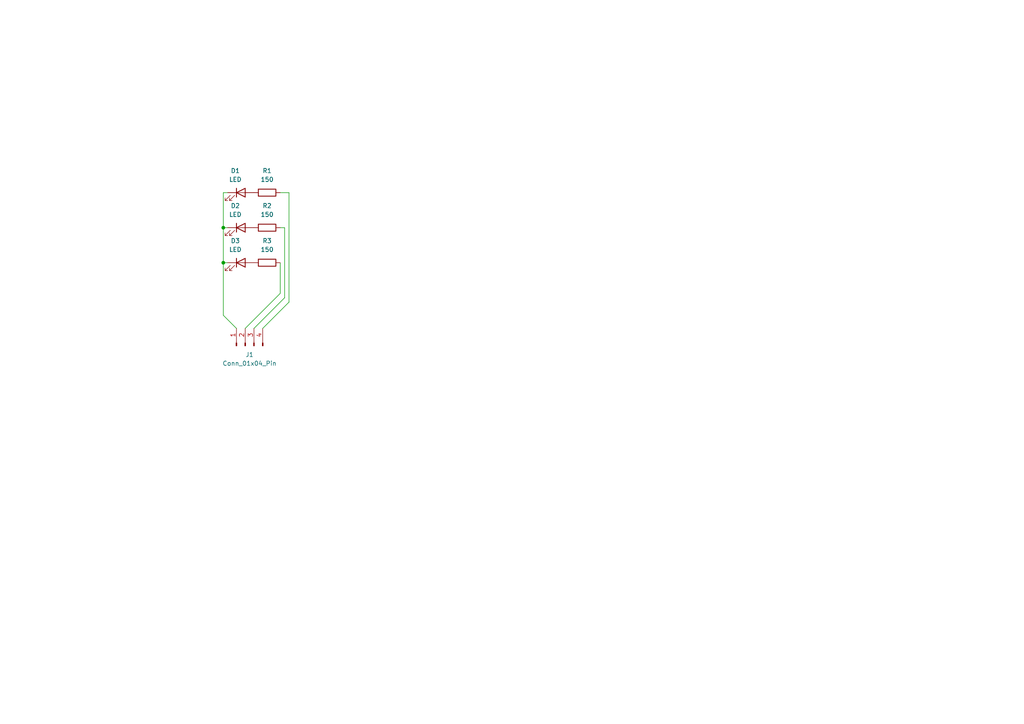
<source format=kicad_sch>
(kicad_sch
	(version 20250114)
	(generator "eeschema")
	(generator_version "9.0")
	(uuid "c8ad5927-c9b8-4748-a1e2-9a4e478da588")
	(paper "A4")
	(lib_symbols
		(symbol "Connector:Conn_01x04_Pin"
			(pin_names
				(offset 1.016)
				(hide yes)
			)
			(exclude_from_sim no)
			(in_bom yes)
			(on_board yes)
			(property "Reference" "J"
				(at 0 5.08 0)
				(effects
					(font
						(size 1.27 1.27)
					)
				)
			)
			(property "Value" "Conn_01x04_Pin"
				(at 0 -7.62 0)
				(effects
					(font
						(size 1.27 1.27)
					)
				)
			)
			(property "Footprint" ""
				(at 0 0 0)
				(effects
					(font
						(size 1.27 1.27)
					)
					(hide yes)
				)
			)
			(property "Datasheet" "~"
				(at 0 0 0)
				(effects
					(font
						(size 1.27 1.27)
					)
					(hide yes)
				)
			)
			(property "Description" "Generic connector, single row, 01x04, script generated"
				(at 0 0 0)
				(effects
					(font
						(size 1.27 1.27)
					)
					(hide yes)
				)
			)
			(property "ki_locked" ""
				(at 0 0 0)
				(effects
					(font
						(size 1.27 1.27)
					)
				)
			)
			(property "ki_keywords" "connector"
				(at 0 0 0)
				(effects
					(font
						(size 1.27 1.27)
					)
					(hide yes)
				)
			)
			(property "ki_fp_filters" "Connector*:*_1x??_*"
				(at 0 0 0)
				(effects
					(font
						(size 1.27 1.27)
					)
					(hide yes)
				)
			)
			(symbol "Conn_01x04_Pin_1_1"
				(rectangle
					(start 0.8636 2.667)
					(end 0 2.413)
					(stroke
						(width 0.1524)
						(type default)
					)
					(fill
						(type outline)
					)
				)
				(rectangle
					(start 0.8636 0.127)
					(end 0 -0.127)
					(stroke
						(width 0.1524)
						(type default)
					)
					(fill
						(type outline)
					)
				)
				(rectangle
					(start 0.8636 -2.413)
					(end 0 -2.667)
					(stroke
						(width 0.1524)
						(type default)
					)
					(fill
						(type outline)
					)
				)
				(rectangle
					(start 0.8636 -4.953)
					(end 0 -5.207)
					(stroke
						(width 0.1524)
						(type default)
					)
					(fill
						(type outline)
					)
				)
				(polyline
					(pts
						(xy 1.27 2.54) (xy 0.8636 2.54)
					)
					(stroke
						(width 0.1524)
						(type default)
					)
					(fill
						(type none)
					)
				)
				(polyline
					(pts
						(xy 1.27 0) (xy 0.8636 0)
					)
					(stroke
						(width 0.1524)
						(type default)
					)
					(fill
						(type none)
					)
				)
				(polyline
					(pts
						(xy 1.27 -2.54) (xy 0.8636 -2.54)
					)
					(stroke
						(width 0.1524)
						(type default)
					)
					(fill
						(type none)
					)
				)
				(polyline
					(pts
						(xy 1.27 -5.08) (xy 0.8636 -5.08)
					)
					(stroke
						(width 0.1524)
						(type default)
					)
					(fill
						(type none)
					)
				)
				(pin passive line
					(at 5.08 2.54 180)
					(length 3.81)
					(name "Pin_1"
						(effects
							(font
								(size 1.27 1.27)
							)
						)
					)
					(number "1"
						(effects
							(font
								(size 1.27 1.27)
							)
						)
					)
				)
				(pin passive line
					(at 5.08 0 180)
					(length 3.81)
					(name "Pin_2"
						(effects
							(font
								(size 1.27 1.27)
							)
						)
					)
					(number "2"
						(effects
							(font
								(size 1.27 1.27)
							)
						)
					)
				)
				(pin passive line
					(at 5.08 -2.54 180)
					(length 3.81)
					(name "Pin_3"
						(effects
							(font
								(size 1.27 1.27)
							)
						)
					)
					(number "3"
						(effects
							(font
								(size 1.27 1.27)
							)
						)
					)
				)
				(pin passive line
					(at 5.08 -5.08 180)
					(length 3.81)
					(name "Pin_4"
						(effects
							(font
								(size 1.27 1.27)
							)
						)
					)
					(number "4"
						(effects
							(font
								(size 1.27 1.27)
							)
						)
					)
				)
			)
			(embedded_fonts no)
		)
		(symbol "Device:LED"
			(pin_numbers
				(hide yes)
			)
			(pin_names
				(offset 1.016)
				(hide yes)
			)
			(exclude_from_sim no)
			(in_bom yes)
			(on_board yes)
			(property "Reference" "D"
				(at 0 2.54 0)
				(effects
					(font
						(size 1.27 1.27)
					)
				)
			)
			(property "Value" "LED"
				(at 0 -2.54 0)
				(effects
					(font
						(size 1.27 1.27)
					)
				)
			)
			(property "Footprint" ""
				(at 0 0 0)
				(effects
					(font
						(size 1.27 1.27)
					)
					(hide yes)
				)
			)
			(property "Datasheet" "~"
				(at 0 0 0)
				(effects
					(font
						(size 1.27 1.27)
					)
					(hide yes)
				)
			)
			(property "Description" "Light emitting diode"
				(at 0 0 0)
				(effects
					(font
						(size 1.27 1.27)
					)
					(hide yes)
				)
			)
			(property "Sim.Pins" "1=K 2=A"
				(at 0 0 0)
				(effects
					(font
						(size 1.27 1.27)
					)
					(hide yes)
				)
			)
			(property "ki_keywords" "LED diode"
				(at 0 0 0)
				(effects
					(font
						(size 1.27 1.27)
					)
					(hide yes)
				)
			)
			(property "ki_fp_filters" "LED* LED_SMD:* LED_THT:*"
				(at 0 0 0)
				(effects
					(font
						(size 1.27 1.27)
					)
					(hide yes)
				)
			)
			(symbol "LED_0_1"
				(polyline
					(pts
						(xy -3.048 -0.762) (xy -4.572 -2.286) (xy -3.81 -2.286) (xy -4.572 -2.286) (xy -4.572 -1.524)
					)
					(stroke
						(width 0)
						(type default)
					)
					(fill
						(type none)
					)
				)
				(polyline
					(pts
						(xy -1.778 -0.762) (xy -3.302 -2.286) (xy -2.54 -2.286) (xy -3.302 -2.286) (xy -3.302 -1.524)
					)
					(stroke
						(width 0)
						(type default)
					)
					(fill
						(type none)
					)
				)
				(polyline
					(pts
						(xy -1.27 0) (xy 1.27 0)
					)
					(stroke
						(width 0)
						(type default)
					)
					(fill
						(type none)
					)
				)
				(polyline
					(pts
						(xy -1.27 -1.27) (xy -1.27 1.27)
					)
					(stroke
						(width 0.254)
						(type default)
					)
					(fill
						(type none)
					)
				)
				(polyline
					(pts
						(xy 1.27 -1.27) (xy 1.27 1.27) (xy -1.27 0) (xy 1.27 -1.27)
					)
					(stroke
						(width 0.254)
						(type default)
					)
					(fill
						(type none)
					)
				)
			)
			(symbol "LED_1_1"
				(pin passive line
					(at -3.81 0 0)
					(length 2.54)
					(name "K"
						(effects
							(font
								(size 1.27 1.27)
							)
						)
					)
					(number "1"
						(effects
							(font
								(size 1.27 1.27)
							)
						)
					)
				)
				(pin passive line
					(at 3.81 0 180)
					(length 2.54)
					(name "A"
						(effects
							(font
								(size 1.27 1.27)
							)
						)
					)
					(number "2"
						(effects
							(font
								(size 1.27 1.27)
							)
						)
					)
				)
			)
			(embedded_fonts no)
		)
		(symbol "Device:R"
			(pin_numbers
				(hide yes)
			)
			(pin_names
				(offset 0)
			)
			(exclude_from_sim no)
			(in_bom yes)
			(on_board yes)
			(property "Reference" "R"
				(at 2.032 0 90)
				(effects
					(font
						(size 1.27 1.27)
					)
				)
			)
			(property "Value" "R"
				(at 0 0 90)
				(effects
					(font
						(size 1.27 1.27)
					)
				)
			)
			(property "Footprint" ""
				(at -1.778 0 90)
				(effects
					(font
						(size 1.27 1.27)
					)
					(hide yes)
				)
			)
			(property "Datasheet" "~"
				(at 0 0 0)
				(effects
					(font
						(size 1.27 1.27)
					)
					(hide yes)
				)
			)
			(property "Description" "Resistor"
				(at 0 0 0)
				(effects
					(font
						(size 1.27 1.27)
					)
					(hide yes)
				)
			)
			(property "ki_keywords" "R res resistor"
				(at 0 0 0)
				(effects
					(font
						(size 1.27 1.27)
					)
					(hide yes)
				)
			)
			(property "ki_fp_filters" "R_*"
				(at 0 0 0)
				(effects
					(font
						(size 1.27 1.27)
					)
					(hide yes)
				)
			)
			(symbol "R_0_1"
				(rectangle
					(start -1.016 -2.54)
					(end 1.016 2.54)
					(stroke
						(width 0.254)
						(type default)
					)
					(fill
						(type none)
					)
				)
			)
			(symbol "R_1_1"
				(pin passive line
					(at 0 3.81 270)
					(length 1.27)
					(name "~"
						(effects
							(font
								(size 1.27 1.27)
							)
						)
					)
					(number "1"
						(effects
							(font
								(size 1.27 1.27)
							)
						)
					)
				)
				(pin passive line
					(at 0 -3.81 90)
					(length 1.27)
					(name "~"
						(effects
							(font
								(size 1.27 1.27)
							)
						)
					)
					(number "2"
						(effects
							(font
								(size 1.27 1.27)
							)
						)
					)
				)
			)
			(embedded_fonts no)
		)
	)
	(junction
		(at 64.77 66.04)
		(diameter 0)
		(color 0 0 0 0)
		(uuid "8ed721e0-e1dc-42b7-9345-dbd349f467ea")
	)
	(junction
		(at 64.77 76.2)
		(diameter 0)
		(color 0 0 0 0)
		(uuid "e50939d0-aaad-41d9-b804-67b44e779e2b")
	)
	(wire
		(pts
			(xy 64.77 91.44) (xy 68.58 95.25)
		)
		(stroke
			(width 0)
			(type default)
		)
		(uuid "00de7d7e-dea9-4687-8f18-8b3fccbb8e82")
	)
	(wire
		(pts
			(xy 64.77 55.88) (xy 64.77 66.04)
		)
		(stroke
			(width 0)
			(type default)
		)
		(uuid "02d424db-e0af-4ba6-b561-1279cfbaa7db")
	)
	(wire
		(pts
			(xy 82.55 66.04) (xy 81.28 66.04)
		)
		(stroke
			(width 0)
			(type default)
		)
		(uuid "0918e1fb-007d-4de8-8519-16a95ca6671e")
	)
	(wire
		(pts
			(xy 82.55 86.36) (xy 73.66 95.25)
		)
		(stroke
			(width 0)
			(type default)
		)
		(uuid "1d173a2f-ecac-49b7-8e20-0b63919f279f")
	)
	(wire
		(pts
			(xy 81.28 76.2) (xy 81.28 85.09)
		)
		(stroke
			(width 0)
			(type default)
		)
		(uuid "3798bc6f-d58b-4437-a994-f2e8a3fc2133")
	)
	(wire
		(pts
			(xy 64.77 66.04) (xy 66.04 66.04)
		)
		(stroke
			(width 0)
			(type default)
		)
		(uuid "3b121239-f465-495c-9e58-292107e665c3")
	)
	(wire
		(pts
			(xy 83.82 55.88) (xy 83.82 87.63)
		)
		(stroke
			(width 0)
			(type default)
		)
		(uuid "67ec7bf5-1895-4ec0-b913-bb311efed0dd")
	)
	(wire
		(pts
			(xy 81.28 55.88) (xy 83.82 55.88)
		)
		(stroke
			(width 0)
			(type default)
		)
		(uuid "6a0b5253-bd7a-4222-b406-dec07602602c")
	)
	(wire
		(pts
			(xy 82.55 66.04) (xy 82.55 86.36)
		)
		(stroke
			(width 0)
			(type default)
		)
		(uuid "7dd0c4bc-5db1-48eb-9374-e9807f02c7c0")
	)
	(wire
		(pts
			(xy 64.77 76.2) (xy 66.04 76.2)
		)
		(stroke
			(width 0)
			(type default)
		)
		(uuid "a35fc70b-ee15-4ba8-ae9a-d0d89f698cca")
	)
	(wire
		(pts
			(xy 81.28 85.09) (xy 71.12 95.25)
		)
		(stroke
			(width 0)
			(type default)
		)
		(uuid "b08c1531-e582-4950-bebb-949481db555f")
	)
	(wire
		(pts
			(xy 64.77 55.88) (xy 66.04 55.88)
		)
		(stroke
			(width 0)
			(type default)
		)
		(uuid "d495864d-febe-4cb7-9701-5b7df66bb213")
	)
	(wire
		(pts
			(xy 64.77 76.2) (xy 64.77 91.44)
		)
		(stroke
			(width 0)
			(type default)
		)
		(uuid "d5edb20f-4b36-42fb-9b12-d19972ec6cac")
	)
	(wire
		(pts
			(xy 83.82 87.63) (xy 76.2 95.25)
		)
		(stroke
			(width 0)
			(type default)
		)
		(uuid "da90654c-bf5c-424e-91ae-1cfa4ceb6c46")
	)
	(wire
		(pts
			(xy 64.77 66.04) (xy 64.77 76.2)
		)
		(stroke
			(width 0)
			(type default)
		)
		(uuid "e68bcb07-d0a2-4f11-adec-bfe3c0d01891")
	)
	(symbol
		(lib_id "Device:R")
		(at 77.47 55.88 90)
		(unit 1)
		(exclude_from_sim no)
		(in_bom yes)
		(on_board yes)
		(dnp no)
		(fields_autoplaced yes)
		(uuid "4599ea13-ef0a-4a41-8805-dfb2152bd7f7")
		(property "Reference" "R1"
			(at 77.47 49.53 90)
			(effects
				(font
					(size 1.27 1.27)
				)
			)
		)
		(property "Value" "150"
			(at 77.47 52.07 90)
			(effects
				(font
					(size 1.27 1.27)
				)
			)
		)
		(property "Footprint" "Resistor_THT:R_Axial_DIN0207_L6.3mm_D2.5mm_P7.62mm_Horizontal"
			(at 77.47 57.658 90)
			(effects
				(font
					(size 1.27 1.27)
				)
				(hide yes)
			)
		)
		(property "Datasheet" "~"
			(at 77.47 55.88 0)
			(effects
				(font
					(size 1.27 1.27)
				)
				(hide yes)
			)
		)
		(property "Description" "Resistor"
			(at 77.47 55.88 0)
			(effects
				(font
					(size 1.27 1.27)
				)
				(hide yes)
			)
		)
		(pin "1"
			(uuid "28ffc135-9c83-4b45-97a7-9e615276c51e")
		)
		(pin "2"
			(uuid "3ed36ab8-cd4f-4ddf-afba-92f476445c88")
		)
		(instances
			(project ""
				(path "/c8ad5927-c9b8-4748-a1e2-9a4e478da588"
					(reference "R1")
					(unit 1)
				)
			)
		)
	)
	(symbol
		(lib_id "Device:LED")
		(at 69.85 76.2 0)
		(unit 1)
		(exclude_from_sim no)
		(in_bom yes)
		(on_board yes)
		(dnp no)
		(fields_autoplaced yes)
		(uuid "483ea13c-c36d-412a-b30f-a3637f0301f8")
		(property "Reference" "D3"
			(at 68.2625 69.85 0)
			(effects
				(font
					(size 1.27 1.27)
				)
			)
		)
		(property "Value" "LED"
			(at 68.2625 72.39 0)
			(effects
				(font
					(size 1.27 1.27)
				)
			)
		)
		(property "Footprint" "LED_THT:LED_D5.0mm_Clear"
			(at 69.85 76.2 0)
			(effects
				(font
					(size 1.27 1.27)
				)
				(hide yes)
			)
		)
		(property "Datasheet" "~"
			(at 69.85 76.2 0)
			(effects
				(font
					(size 1.27 1.27)
				)
				(hide yes)
			)
		)
		(property "Description" "Light emitting diode"
			(at 69.85 76.2 0)
			(effects
				(font
					(size 1.27 1.27)
				)
				(hide yes)
			)
		)
		(property "Sim.Pins" "1=K 2=A"
			(at 69.85 76.2 0)
			(effects
				(font
					(size 1.27 1.27)
				)
				(hide yes)
			)
		)
		(pin "2"
			(uuid "23cbdb82-c1f3-4c88-bfc2-5f3069933988")
		)
		(pin "1"
			(uuid "c3df2328-c6b5-46c9-8654-d33f5db1883f")
		)
		(instances
			(project ""
				(path "/c8ad5927-c9b8-4748-a1e2-9a4e478da588"
					(reference "D3")
					(unit 1)
				)
			)
		)
	)
	(symbol
		(lib_id "Connector:Conn_01x04_Pin")
		(at 71.12 100.33 90)
		(unit 1)
		(exclude_from_sim no)
		(in_bom yes)
		(on_board yes)
		(dnp no)
		(fields_autoplaced yes)
		(uuid "4bf300a6-323f-42b8-abf2-d0f9c8cd0566")
		(property "Reference" "J1"
			(at 72.39 102.87 90)
			(effects
				(font
					(size 1.27 1.27)
				)
			)
		)
		(property "Value" "Conn_01x04_Pin"
			(at 72.39 105.41 90)
			(effects
				(font
					(size 1.27 1.27)
				)
			)
		)
		(property "Footprint" "Connector_PinHeader_1.00mm:PinHeader_1x04_P1.00mm_Horizontal"
			(at 71.12 100.33 0)
			(effects
				(font
					(size 1.27 1.27)
				)
				(hide yes)
			)
		)
		(property "Datasheet" "~"
			(at 71.12 100.33 0)
			(effects
				(font
					(size 1.27 1.27)
				)
				(hide yes)
			)
		)
		(property "Description" "Generic connector, single row, 01x04, script generated"
			(at 71.12 100.33 0)
			(effects
				(font
					(size 1.27 1.27)
				)
				(hide yes)
			)
		)
		(pin "4"
			(uuid "0490d3e2-cf7c-437a-9022-c8b94bfa77c7")
		)
		(pin "1"
			(uuid "00796494-6242-4778-84d9-f9103b233da3")
		)
		(pin "2"
			(uuid "e1ee3664-c5a6-40d6-b41d-ddf9de41a602")
		)
		(pin "3"
			(uuid "de01bf2e-36d3-4905-8721-05379b1f064a")
		)
		(instances
			(project ""
				(path "/c8ad5927-c9b8-4748-a1e2-9a4e478da588"
					(reference "J1")
					(unit 1)
				)
			)
		)
	)
	(symbol
		(lib_id "Device:R")
		(at 77.47 66.04 90)
		(unit 1)
		(exclude_from_sim no)
		(in_bom yes)
		(on_board yes)
		(dnp no)
		(fields_autoplaced yes)
		(uuid "63067431-35d5-4155-8620-e343ff418c4d")
		(property "Reference" "R2"
			(at 77.47 59.69 90)
			(effects
				(font
					(size 1.27 1.27)
				)
			)
		)
		(property "Value" "150"
			(at 77.47 62.23 90)
			(effects
				(font
					(size 1.27 1.27)
				)
			)
		)
		(property "Footprint" "Resistor_THT:R_Axial_DIN0207_L6.3mm_D2.5mm_P7.62mm_Horizontal"
			(at 77.47 67.818 90)
			(effects
				(font
					(size 1.27 1.27)
				)
				(hide yes)
			)
		)
		(property "Datasheet" "~"
			(at 77.47 66.04 0)
			(effects
				(font
					(size 1.27 1.27)
				)
				(hide yes)
			)
		)
		(property "Description" "Resistor"
			(at 77.47 66.04 0)
			(effects
				(font
					(size 1.27 1.27)
				)
				(hide yes)
			)
		)
		(pin "1"
			(uuid "6fabe77f-831b-4d56-b7fa-aa74d259cd73")
		)
		(pin "2"
			(uuid "5217558d-9ebd-4f44-9cba-053cd8e9d7b1")
		)
		(instances
			(project "Traffic-Light-Mod"
				(path "/c8ad5927-c9b8-4748-a1e2-9a4e478da588"
					(reference "R2")
					(unit 1)
				)
			)
		)
	)
	(symbol
		(lib_id "Device:R")
		(at 77.47 76.2 90)
		(unit 1)
		(exclude_from_sim no)
		(in_bom yes)
		(on_board yes)
		(dnp no)
		(fields_autoplaced yes)
		(uuid "a5371f4c-9037-47c1-8256-98de93219a70")
		(property "Reference" "R3"
			(at 77.47 69.85 90)
			(effects
				(font
					(size 1.27 1.27)
				)
			)
		)
		(property "Value" "150"
			(at 77.47 72.39 90)
			(effects
				(font
					(size 1.27 1.27)
				)
			)
		)
		(property "Footprint" "Resistor_THT:R_Axial_DIN0207_L6.3mm_D2.5mm_P7.62mm_Horizontal"
			(at 77.47 77.978 90)
			(effects
				(font
					(size 1.27 1.27)
				)
				(hide yes)
			)
		)
		(property "Datasheet" "~"
			(at 77.47 76.2 0)
			(effects
				(font
					(size 1.27 1.27)
				)
				(hide yes)
			)
		)
		(property "Description" "Resistor"
			(at 77.47 76.2 0)
			(effects
				(font
					(size 1.27 1.27)
				)
				(hide yes)
			)
		)
		(pin "1"
			(uuid "9976027a-29f7-4012-90d7-f6ef346c7ab2")
		)
		(pin "2"
			(uuid "b43afab7-3723-4ce9-a49e-9ed3b9c4ad71")
		)
		(instances
			(project "Traffic-Light-Mod"
				(path "/c8ad5927-c9b8-4748-a1e2-9a4e478da588"
					(reference "R3")
					(unit 1)
				)
			)
		)
	)
	(symbol
		(lib_id "Device:LED")
		(at 69.85 55.88 0)
		(unit 1)
		(exclude_from_sim no)
		(in_bom yes)
		(on_board yes)
		(dnp no)
		(fields_autoplaced yes)
		(uuid "d0c7b177-6c29-42d8-9afe-c23a4ce37b3b")
		(property "Reference" "D1"
			(at 68.2625 49.53 0)
			(effects
				(font
					(size 1.27 1.27)
				)
			)
		)
		(property "Value" "LED"
			(at 68.2625 52.07 0)
			(effects
				(font
					(size 1.27 1.27)
				)
			)
		)
		(property "Footprint" "LED_THT:LED_D5.0mm_Clear"
			(at 69.85 55.88 0)
			(effects
				(font
					(size 1.27 1.27)
				)
				(hide yes)
			)
		)
		(property "Datasheet" "~"
			(at 69.85 55.88 0)
			(effects
				(font
					(size 1.27 1.27)
				)
				(hide yes)
			)
		)
		(property "Description" "Light emitting diode"
			(at 69.85 55.88 0)
			(effects
				(font
					(size 1.27 1.27)
				)
				(hide yes)
			)
		)
		(property "Sim.Pins" "1=K 2=A"
			(at 69.85 55.88 0)
			(effects
				(font
					(size 1.27 1.27)
				)
				(hide yes)
			)
		)
		(pin "2"
			(uuid "1e6b1a12-d69a-420f-86b8-fb71df4b58c9")
		)
		(pin "1"
			(uuid "41e0905e-327f-4674-9298-7aab6ddbb9cc")
		)
		(instances
			(project ""
				(path "/c8ad5927-c9b8-4748-a1e2-9a4e478da588"
					(reference "D1")
					(unit 1)
				)
			)
		)
	)
	(symbol
		(lib_id "Device:LED")
		(at 69.85 66.04 0)
		(unit 1)
		(exclude_from_sim no)
		(in_bom yes)
		(on_board yes)
		(dnp no)
		(fields_autoplaced yes)
		(uuid "e23df9ef-36ab-4ab3-8b91-6050e403e469")
		(property "Reference" "D2"
			(at 68.2625 59.69 0)
			(effects
				(font
					(size 1.27 1.27)
				)
			)
		)
		(property "Value" "LED"
			(at 68.2625 62.23 0)
			(effects
				(font
					(size 1.27 1.27)
				)
			)
		)
		(property "Footprint" "LED_THT:LED_D5.0mm_Clear"
			(at 69.85 66.04 0)
			(effects
				(font
					(size 1.27 1.27)
				)
				(hide yes)
			)
		)
		(property "Datasheet" "~"
			(at 69.85 66.04 0)
			(effects
				(font
					(size 1.27 1.27)
				)
				(hide yes)
			)
		)
		(property "Description" "Light emitting diode"
			(at 69.85 66.04 0)
			(effects
				(font
					(size 1.27 1.27)
				)
				(hide yes)
			)
		)
		(property "Sim.Pins" "1=K 2=A"
			(at 69.85 66.04 0)
			(effects
				(font
					(size 1.27 1.27)
				)
				(hide yes)
			)
		)
		(pin "1"
			(uuid "ff02abc4-3e74-41a4-b385-3c0fdaf92489")
		)
		(pin "2"
			(uuid "fa7f0c14-2d85-49b5-84a1-0ea0b539129c")
		)
		(instances
			(project ""
				(path "/c8ad5927-c9b8-4748-a1e2-9a4e478da588"
					(reference "D2")
					(unit 1)
				)
			)
		)
	)
	(sheet_instances
		(path "/"
			(page "1")
		)
	)
	(embedded_fonts no)
)

</source>
